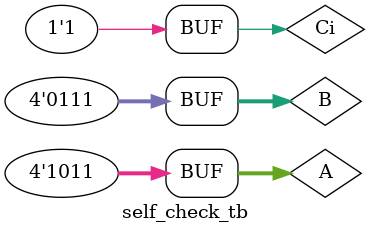
<source format=v>
module self_check_tb ();
reg Ci; 
reg [3:0] A, B;

wire Co, PG, GG; 
wire [3:0] S;
CLA4 dut(A, B, Ci, S, Co, PG, GG);

initial begin
A = 4'b1111; B = 4'b1111; Ci = 1'b1; #10;
if (S !== 4'b1111 || Co !== 1'b1 || PG !== 1'b0 || GG !== 1'b1) $display("1111 + 1111 + 1 -> failed.");
else $display("1111 + 1111 + 1 -> success.");

A = 4'b1111; B = 4'b0000; Ci = 1'b1; #10;
if (S !== 4'b0000 || Co !== 1'b1 || PG !== 1'b1 || GG !== 1'b0) $display("1111 + 0000 + 1 -> failed.");
else $display("1111 + 0000 + 1 -> success.");

A = 4'b0110; B = 4'b0111; Ci = 1'b0; #10;
if (S !== 4'b1101 || Co !== 1'b0 || PG !== 1'b0 || GG !== 1'b0) $display("0110 + 0111 + 0 -> failed.");
else $display("0110 + 0111 + 0 -> success.");

A = 4'b1011; B = 4'b0111; Ci = 1'b1; #10;
if (S !== 4'b0011 || Co !== 1'b1 || PG !== 1'b0 || GG !== 1'b1) $display("1011 + 0111 + 1 -> failed.");
else $display("1011 + 0111 + 1 -> success.");

end
endmodule

</source>
